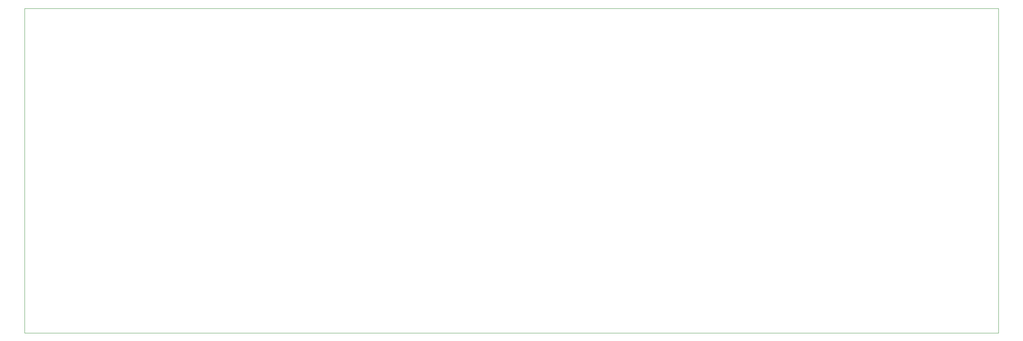
<source format=gbr>
%TF.GenerationSoftware,KiCad,Pcbnew,(5.1.6)-1*%
%TF.CreationDate,2021-10-20T19:30:18-05:00*%
%TF.ProjectId,Jeep JTEC,4a656570-204a-4544-9543-2e6b69636164,rev?*%
%TF.SameCoordinates,Original*%
%TF.FileFunction,Profile,NP*%
%FSLAX46Y46*%
G04 Gerber Fmt 4.6, Leading zero omitted, Abs format (unit mm)*
G04 Created by KiCad (PCBNEW (5.1.6)-1) date 2021-10-20 19:30:18*
%MOMM*%
%LPD*%
G01*
G04 APERTURE LIST*
%TA.AperFunction,Profile*%
%ADD10C,0.050000*%
%TD*%
G04 APERTURE END LIST*
D10*
X35000000Y-130000000D02*
X35000000Y-55000000D01*
X260000000Y-130000000D02*
X35000000Y-130000000D01*
X260000000Y-55000000D02*
X260000000Y-130000000D01*
X35000000Y-55000000D02*
X260000000Y-55000000D01*
M02*

</source>
